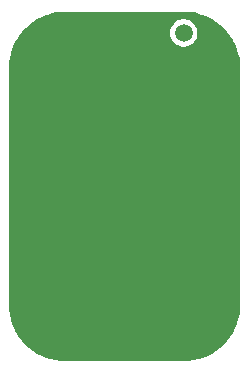
<source format=gbl>
%TF.GenerationSoftware,KiCad,Pcbnew,8.0.5*%
%TF.CreationDate,2024-10-02T17:58:00+08:00*%
%TF.ProjectId,LED_SMT_5730_5S2P_5W,4c45445f-534d-4545-9f35-3733305f3553,rev?*%
%TF.SameCoordinates,Original*%
%TF.FileFunction,Copper,L2,Bot*%
%TF.FilePolarity,Positive*%
%FSLAX46Y46*%
G04 Gerber Fmt 4.6, Leading zero omitted, Abs format (unit mm)*
G04 Created by KiCad (PCBNEW 8.0.5) date 2024-10-02 17:58:00*
%MOMM*%
%LPD*%
G01*
G04 APERTURE LIST*
%TA.AperFunction,ComponentPad*%
%ADD10C,5.600000*%
%TD*%
%TA.AperFunction,ComponentPad*%
%ADD11C,1.500000*%
%TD*%
%TA.AperFunction,ViaPad*%
%ADD12C,0.500000*%
%TD*%
G04 APERTURE END LIST*
D10*
%TO.P,H1,1,1*%
%TO.N,GND*%
X100000000Y-100000000D03*
%TD*%
D11*
%TO.P,,1,1*%
%TO.N,VLED1*%
X105000000Y-87000000D03*
%TD*%
%TO.P,,1,1*%
%TO.N,GND*%
X95000000Y-87000000D03*
%TD*%
D12*
%TO.N,GND*%
X102740000Y-108000000D03*
X97100000Y-108140000D03*
X90990000Y-101800000D03*
X90990000Y-109420000D03*
X104460000Y-95780000D03*
X108780000Y-98390000D03*
X90990000Y-90370000D03*
X97530000Y-113290000D03*
X95460000Y-104360000D03*
X108780000Y-94580000D03*
X102830000Y-92060000D03*
X108780000Y-106010000D03*
X93720000Y-113290000D03*
X90990000Y-97990000D03*
X90990000Y-94180000D03*
X97040000Y-91980000D03*
X90990000Y-105610000D03*
X101340000Y-113290000D03*
X104090000Y-104290000D03*
X108780000Y-109820000D03*
X108780000Y-102200000D03*
X105150000Y-113290000D03*
X108780000Y-90770000D03*
X95230000Y-95770000D03*
%TD*%
%TA.AperFunction,Conductor*%
%TO.N,GND*%
G36*
X105002702Y-85200617D02*
G01*
X105412917Y-85218528D01*
X105423654Y-85219468D01*
X105828057Y-85272708D01*
X105838695Y-85274583D01*
X106236925Y-85362869D01*
X106247365Y-85365667D01*
X106636363Y-85488317D01*
X106646524Y-85492015D01*
X107023363Y-85648108D01*
X107033155Y-85652674D01*
X107394965Y-85841020D01*
X107404305Y-85846413D01*
X107577440Y-85956712D01*
X107748309Y-86065568D01*
X107757170Y-86071772D01*
X108080766Y-86320076D01*
X108089053Y-86327030D01*
X108389767Y-86602583D01*
X108397416Y-86610232D01*
X108672969Y-86910946D01*
X108679923Y-86919233D01*
X108928227Y-87242829D01*
X108934431Y-87251690D01*
X109153578Y-87595680D01*
X109158983Y-87605042D01*
X109215706Y-87714005D01*
X109347322Y-87966838D01*
X109351894Y-87976642D01*
X109507983Y-88353473D01*
X109511683Y-88363639D01*
X109634331Y-88752630D01*
X109637131Y-88763078D01*
X109725414Y-89161296D01*
X109727292Y-89171950D01*
X109780529Y-89576326D01*
X109781472Y-89587102D01*
X109799382Y-89997297D01*
X109799500Y-90002706D01*
X109799500Y-109997293D01*
X109799382Y-110002702D01*
X109781472Y-110412897D01*
X109780529Y-110423673D01*
X109727292Y-110828049D01*
X109725414Y-110838703D01*
X109637131Y-111236921D01*
X109634331Y-111247369D01*
X109511683Y-111636360D01*
X109507983Y-111646526D01*
X109351894Y-112023357D01*
X109347322Y-112033161D01*
X109158987Y-112394951D01*
X109153578Y-112404319D01*
X108934431Y-112748309D01*
X108928227Y-112757170D01*
X108679923Y-113080766D01*
X108672969Y-113089053D01*
X108397416Y-113389767D01*
X108389767Y-113397416D01*
X108089053Y-113672969D01*
X108080766Y-113679923D01*
X107757170Y-113928227D01*
X107748309Y-113934431D01*
X107404319Y-114153578D01*
X107394951Y-114158987D01*
X107033161Y-114347322D01*
X107023357Y-114351894D01*
X106646526Y-114507983D01*
X106636360Y-114511683D01*
X106247369Y-114634331D01*
X106236921Y-114637131D01*
X105838703Y-114725414D01*
X105828049Y-114727292D01*
X105423673Y-114780529D01*
X105412897Y-114781472D01*
X105002703Y-114799382D01*
X104997294Y-114799500D01*
X95002706Y-114799500D01*
X94997297Y-114799382D01*
X94587102Y-114781472D01*
X94576326Y-114780529D01*
X94171950Y-114727292D01*
X94161296Y-114725414D01*
X93763078Y-114637131D01*
X93752630Y-114634331D01*
X93363639Y-114511683D01*
X93353473Y-114507983D01*
X92976642Y-114351894D01*
X92966838Y-114347322D01*
X92847126Y-114285004D01*
X92605042Y-114158983D01*
X92595686Y-114153582D01*
X92423685Y-114044004D01*
X92251690Y-113934431D01*
X92242829Y-113928227D01*
X91919233Y-113679923D01*
X91910946Y-113672969D01*
X91610232Y-113397416D01*
X91602583Y-113389767D01*
X91327030Y-113089053D01*
X91320076Y-113080766D01*
X91071772Y-112757170D01*
X91065568Y-112748309D01*
X91012070Y-112664334D01*
X90846413Y-112404305D01*
X90841020Y-112394965D01*
X90652674Y-112033155D01*
X90648105Y-112023357D01*
X90492016Y-111646526D01*
X90488316Y-111636360D01*
X90365668Y-111247369D01*
X90362868Y-111236921D01*
X90274585Y-110838703D01*
X90272707Y-110828049D01*
X90219468Y-110423654D01*
X90218528Y-110412917D01*
X90200618Y-110002702D01*
X90200500Y-109997293D01*
X90200500Y-90002706D01*
X90200618Y-89997297D01*
X90209891Y-89784906D01*
X90218528Y-89587080D01*
X90219468Y-89576347D01*
X90272709Y-89171938D01*
X90274582Y-89161308D01*
X90362870Y-88763068D01*
X90365668Y-88752630D01*
X90488316Y-88363639D01*
X90492016Y-88353473D01*
X90648111Y-87976627D01*
X90652669Y-87966853D01*
X90841025Y-87605024D01*
X90846407Y-87595703D01*
X91065574Y-87251680D01*
X91071765Y-87242837D01*
X91258102Y-86999999D01*
X103834528Y-86999999D01*
X103834528Y-87000000D01*
X103854371Y-87214154D01*
X103913229Y-87421014D01*
X103913234Y-87421027D01*
X104000202Y-87595680D01*
X104009096Y-87613542D01*
X104138706Y-87785173D01*
X104297646Y-87930067D01*
X104480504Y-88043288D01*
X104480505Y-88043288D01*
X104480506Y-88043289D01*
X104547353Y-88069185D01*
X104681053Y-88120981D01*
X104892464Y-88160500D01*
X104892467Y-88160500D01*
X105107533Y-88160500D01*
X105107536Y-88160500D01*
X105318947Y-88120981D01*
X105519496Y-88043288D01*
X105702354Y-87930067D01*
X105861294Y-87785173D01*
X105990904Y-87613542D01*
X106086770Y-87421017D01*
X106145628Y-87214155D01*
X106165472Y-87000000D01*
X106145628Y-86785845D01*
X106086770Y-86578983D01*
X105990904Y-86386458D01*
X105861294Y-86214827D01*
X105702354Y-86069933D01*
X105519496Y-85956712D01*
X105519494Y-85956711D01*
X105519493Y-85956710D01*
X105318950Y-85879020D01*
X105318949Y-85879019D01*
X105318947Y-85879019D01*
X105107536Y-85839500D01*
X104892464Y-85839500D01*
X104681053Y-85879019D01*
X104681051Y-85879019D01*
X104681049Y-85879020D01*
X104480506Y-85956710D01*
X104480505Y-85956711D01*
X104297647Y-86069932D01*
X104138705Y-86214827D01*
X104009096Y-86386457D01*
X103913234Y-86578972D01*
X103913229Y-86578985D01*
X103854371Y-86785845D01*
X103834528Y-86999999D01*
X91258102Y-86999999D01*
X91320083Y-86919224D01*
X91327021Y-86910955D01*
X91602594Y-86610220D01*
X91610220Y-86602594D01*
X91910955Y-86327021D01*
X91919224Y-86320083D01*
X92242837Y-86071765D01*
X92251680Y-86065574D01*
X92595703Y-85846407D01*
X92605024Y-85841025D01*
X92966853Y-85652669D01*
X92976627Y-85648111D01*
X93353482Y-85492012D01*
X93363629Y-85488319D01*
X93752639Y-85365665D01*
X93763068Y-85362870D01*
X94161308Y-85274582D01*
X94171938Y-85272709D01*
X94576347Y-85219468D01*
X94587080Y-85218528D01*
X94997297Y-85200617D01*
X95002706Y-85200500D01*
X95039882Y-85200500D01*
X104960118Y-85200500D01*
X104997294Y-85200500D01*
X105002702Y-85200617D01*
G37*
%TD.AperFunction*%
%TD*%
M02*

</source>
